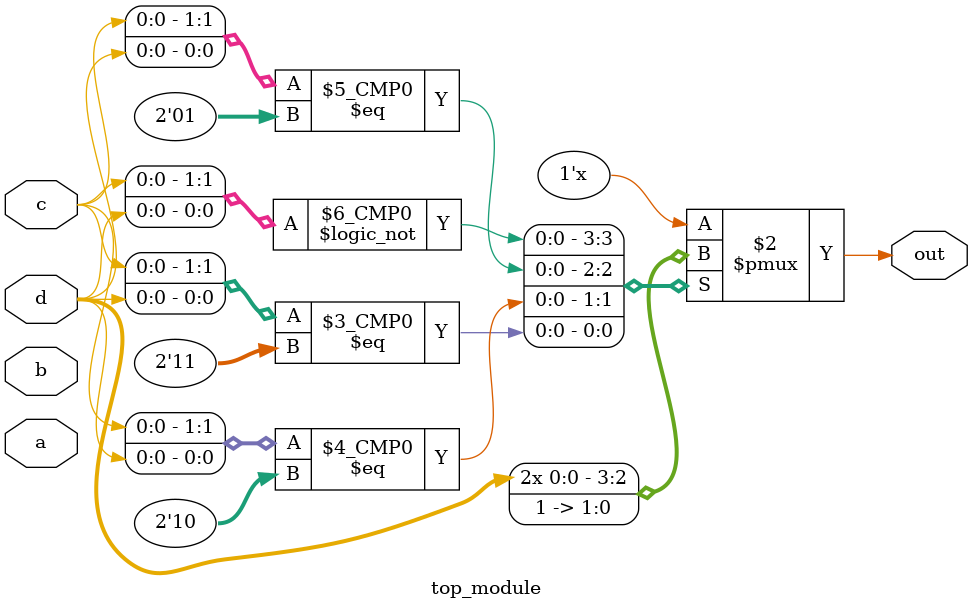
<source format=sv>
module top_module (
    input a,
    input b,
    input c,
    input d,
    output reg out
);

    always @(*) begin
        case ({c, d})
            2'b00: out = d;
            2'b01: out = d;
            2'b10: out = 1;
            2'b11: out = 1;
        endcase
    end

endmodule

</source>
